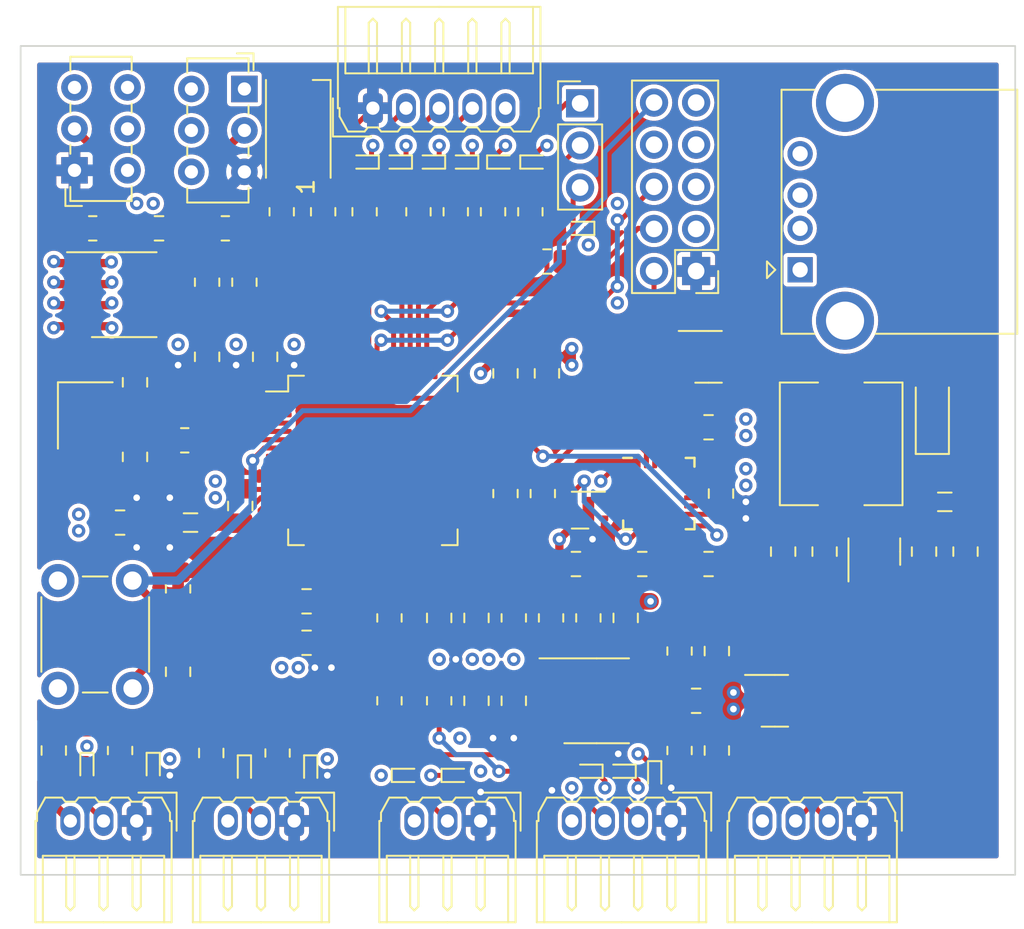
<source format=kicad_pcb>
(kicad_pcb (version 20221018) (generator pcbnew)
  (layers (0 "F.Cu" signal) (1 "In1.Cu" signal) (2 "In2.Cu" signal) (31 "B.Cu" signal) (34 "B.Paste" user) (35 "F.Paste" user) (36 "B.SilkS" user "B.Silkscreen") (37 "F.SilkS" user "F.Silkscreen") (38 "B.Mask" user) (39 "F.Mask" user) (44 "Edge.Cuts" user))
  (net 0 "")
  (net 1 "+3V3")
  (net 2 "GND")
  (net 3 "Net-(U3-VCAP_2)")
  (net 4 "Net-(U3-VCAP_1)")
  (net 5 "/MCU/Strapping/HSE_IN")
  (net 6 "/MCU/Strapping/XTAL_IN")
  (net 7 "/MCU/NRST")
  (net 8 "Net-(U1-REGOUT)")
  (net 9 "Net-(U1-CPOUT)")
  (net 10 "/Connectors/A_GPIO_1")
  (net 11 "/Connectors/A_GPIO_0")
  (net 12 "/Connectors/CAN+")
  (net 13 "/Connectors/VREF")
  (net 14 "/Connectors/CAN-")
  (net 15 "/Connectors/CAN_RS")
  (net 16 "/PMU/BUCK_BST")
  (net 17 "/PMU/BUCK_OUT")
  (net 18 "Net-(D1-RK)")
  (net 19 "Net-(D1-GK)")
  (net 20 "Net-(D1-BK)")
  (net 21 "Net-(D7-A2)")
  (net 22 "Net-(D8-A2)")
  (net 23 "/Connectors/SPI_MOSI")
  (net 24 "Net-(D10-A2)")
  (net 25 "Net-(D11-A2)")
  (net 26 "Net-(D12-A2)")
  (net 27 "/Connectors/PWM0")
  (net 28 "/Connectors/I2C_SDA")
  (net 29 "Net-(D18-A2)")
  (net 30 "Net-(D22-A2)")
  (net 31 "+5V")
  (net 32 "/Connectors/USB_CONN-")
  (net 33 "/Connectors/USB_CONN+")
  (net 35 "/MCU/SWDIO")
  (net 36 "/MCU/SWCLK")
  (net 37 "/MCU/SWO")
  (net 40 "/Connectors/CAN_CONN-")
  (net 41 "/Connectors/CAN_CONN+")
  (net 42 "/MCU/Strapping/HSE_OUT")
  (net 43 "Net-(SW1-B)")
  (net 44 "/MCU/Strapping/BOOT0")
  (net 45 "/MCU/NPWM_R")
  (net 46 "/MCU/NPWM_G")
  (net 47 "/MCU/NPWM_B")
  (net 48 "/MCU/EEPROM_WP")
  (net 49 "/Connectors/CAN_TX")
  (net 50 "Net-(U6-D)")
  (net 51 "/Connectors/CAN_RX")
  (net 52 "Net-(U6-R)")
  (net 53 "/Connectors/SPI_SCK_TX")
  (net 54 "/Connectors/SPI_NSS0")
  (net 55 "/Connectors/SPI_NSS1")
  (net 56 "/Connectors/SPI_NSS2")
  (net 57 "/Connectors/SPI_MISO_RX")
  (net 58 "/Connectors/I2C_SCL")
  (net 63 "/MCU/IMU_INT")
  (net 71 "/MCU/SENSE_SCL")
  (net 72 "/MCU/SENSE_SDA")
  (net 90 "/Connectors/USB_D-")
  (net 91 "/Connectors/USB_D+")
  (net 92 "/MCU/EEPROM_SCL")
  (net 93 "/MCU/EEPROM_SDA")
  (net 94 "/PMU/BUCK_IN")
  (net 95 "/PMU/POST_POL")
  (net 96 "/Sensors/AUX_SCL")
  (net 97 "/Sensors/AUX_SDA")
  (net 98 "/MCU/EEPROM_WP_SW")
  (net 99 "/MCU/A_GPIO_4")
  (net 100 "/MCU/A_GPIO_5")
  (net 101 "/MCU/A_GPIO_6")
  (net 102 "/MCU/A_GPIO_7")
  (net 103 "/MCU/PWM1")
  (net 104 "/MCU/A_GPIO_2")
  (net 105 "/MCU/A_GPIO_3")
  (net 106 "Net-(D9-A2)")
  (net 107 "+3V3A")
  (footprint "Inductor_SMD:L_0805_2012Metric_Pad1.05x1.20mm_HandSolder" (layer "F.Cu") (at 139 103.75 180)
    (fp_text reference "FB1" hide)
    (fp_text value "xR @ xMHz")
  )
  (footprint "LED_SMD:LED_SK6812MINI_PLCC4_3.5x3.5mm_P1.75mm" (layer "F.Cu") (at 145.5 80 90)
    (fp_text reference "D1" hide)
    (fp_text value "LED_RGBA")
  )
  (footprint "Button_Switch_THT:SW_E-Switch_EG1271_SPDT" (layer "F.Cu") (at 132 82.5 90)
    (fp_text reference "SW3" hide)
    (fp_text value "EEPROM_WP")
  )
  (footprint "Package_SO:SOIC-8_3.9x4.9mm_P1.27mm" (layer "F.Cu") (at 135 90)
    (fp_text reference "U4" hide)
    (fp_text value "AT24C256")
  )
  (footprint "Package_TO_SOT_SMD:SOT-23-6" (layer "F.Cu") (at 180.25 105.5 90)
    (fp_text reference "U8" hide)
    (fp_text value "LMR16006YQ3")
  )
  (footprint "Diode_SMD:D_SOD-923" (layer "F.Cu") (at 155 119)
    (fp_text reference "D14" hide)
    (fp_text value "3V3")
  )
  (footprint "Diode_SMD:D_SOD-923" (layer "F.Cu") (at 165 118.75 180)
    (fp_text reference "D18" hide)
    (fp_text value "3V3")
  )
  (footprint "Inductor_SMD:L_0805_2012Metric_Pad1.05x1.20mm_HandSolder" (layer "F.Cu") (at 184.5 102.5)
    (fp_text reference "FB2" hide)
    (fp_text value "xR @ xMHz")
  )
  (footprint "Capacitor_SMD:C_0805_2012Metric_Pad1.18x1.45mm_HandSolder" (layer "F.Cu") (at 170.75 111.5 -90)
    (fp_text reference "C28" hide)
    (fp_text value "100n")
  )
  (footprint "Capacitor_SMD:C_0805_2012Metric_Pad1.18x1.45mm_HandSolder" (layer "F.Cu") (at 146 108.5 180)
    (fp_text reference "C4" hide)
    (fp_text value "100n")
  )
  (footprint "Diode_SMD:D_SOD-123" (layer "F.Cu") (at 183.75 97.25 90)
    (fp_text reference "D24" hide)
    (fp_text value "B5819W")
  )
  (footprint "Resistor_SMD:R_0805_2012Metric_Pad1.20x1.40mm_HandSolder" (layer "F.Cu") (at 155 85 90)
    (fp_text reference "R7" hide)
    (fp_text value "10R")
  )
  (footprint "Resistor_SMD:R_0805_2012Metric_Pad1.20x1.40mm_HandSolder" (layer "F.Cu") (at 151 109.5 -90)
    (fp_text reference "R27" hide)
    (fp_text value "1k5")
  )
  (footprint "Connector_Molex:Molex_Micro-Latch_53254-0570_1x05_P2.00mm_Horizontal" (layer "F.Cu") (at 150 78.75)
    (fp_text reference "J8" hide)
    (fp_text value "SPI/UART")
  )
  (footprint "Connector_Molex:Molex_Micro-Latch_53254-0470_1x04_P2.00mm_Horizontal" (layer "F.Cu") (at 168 121.75 180)
    (fp_text reference "J10" hide)
    (fp_text value "I2C")
  )
  (footprint "Diode_SMD:D_SOD-923" (layer "F.Cu") (at 151.5 82 180)
    (fp_text reference "D4" hide)
    (fp_text value "3V3")
  )
  (footprint "Diode_SMD:D_SOD-923" (layer "F.Cu") (at 152 119)
    (fp_text reference "D13" hide)
    (fp_text value "3V3")
  )
  (footprint "Capacitor_SMD:C_0805_2012Metric_Pad1.18x1.45mm_HandSolder" (layer "F.Cu") (at 154 109.5 -90)
    (fp_text reference "C10" hide)
    (fp_text value "2u2")
  )
  (footprint "Button_Switch_THT:SW_E-Switch_EG1271_SPDT" (layer "F.Cu") (at 142.25 77.5925 -90)
    (fp_text reference "SW1" hide)
    (fp_text value "SW_SPDT")
  )
  (footprint "Resistor_SMD:R_0805_2012Metric_Pad1.20x1.40mm_HandSolder" (layer "F.Cu") (at 163 109.5 -90)
    (fp_text reference "R16" hide)
    (fp_text value "5k6")
  )
  (footprint "Resistor_SMD:R_0805_2012Metric_Pad1.20x1.40mm_HandSolder" (layer "F.Cu") (at 158.5 109.5 -90)
    (fp_text reference "R9" hide)
    (fp_text value "47R")
  )
  (footprint "Connector_Molex:Molex_Micro-Latch_53254-0370_1x03_P2.00mm_Horizontal" (layer "F.Cu") (at 145.25 121.75 180)
    (fp_text reference "J3" hide)
    (fp_text value "Conn_01x03_Pin")
  )
  (footprint "Package_TO_SOT_SMD:SOT-23-6" (layer "F.Cu") (at 170.25 93.75)
    (fp_text reference "U5" hide)
    (fp_text value "USBLC6-2")
  )
  (footprint "Capacitor_SMD:C_0805_2012Metric_Pad1.18x1.45mm_HandSolder" (layer "F.Cu") (at 156.25 109.5 -90)
    (fp_text reference "C5" hide)
    (fp_text value "100n")
  )
  (footprint "Capacitor_SMD:C_0805_2012Metric_Pad1.18x1.45mm_HandSolder" (layer "F.Cu") (at 165.25 109.5 90)
    (fp_text reference "C31" hide)
    (fp_text value "100n")
  )
  (footprint "Capacitor_SMD:C_0805_2012Metric_Pad1.18x1.45mm_HandSolder" (layer "F.Cu") (at 169.5 114.5)
    (fp_text reference "C29" hide)
    (fp_text value "100n")
  )
  (footprint "Capacitor_SMD:C_0805_2012Metric_Pad1.18x1.45mm_HandSolder" (layer "F.Cu") (at 177.25 105.5 90)
    (fp_text reference "C32" hide)
    (fp_text value "100n")
  )
  (footprint "Capacitor_SMD:C_0805_2012Metric_Pad1.18x1.45mm_HandSolder" (layer "F.Cu") (at 160.5 94.75 90)
    (fp_text reference "C9" hide)
    (fp_text value "2u2")
  )
  (footprint "Diode_SMD:D_SOD-923" (layer "F.Cu") (at 162.5 86 180)
    (fp_text reference "D10" hide)
    (fp_text value "3V3")
  )
  (footprint "Capacitor_SMD:C_0805_2012Metric_Pad1.18x1.45mm_HandSolder" (layer "F.Cu") (at 158.5 114.5 90)
    (fp_text reference "C27" hide)
    (fp_text value "100n")
  )
  (footprint "Capacitor_SMD:C_0805_2012Metric_Pad1.18x1.45mm_HandSolder" (layer "F.Cu") (at 174.75 105.5 -90)
    (fp_text reference "C34" hide)
    (fp_text value "10u")
  )
  (footprint "Capacitor_SMD:C_0805_2012Metric_Pad1.18x1.45mm_HandSolder" (layer "F.Cu") (at 185.75 105.5 -90)
    (fp_text reference "C22" hide)
    (fp_text value "2u2")
  )
  (footprint "Diode_SMD:D_SOD-923" (layer "F.Cu") (at 142.25 118.65 -90)
    (fp_text reference "D7" hide)
    (fp_text value "3V3")
  )
  (footprint "Capacitor_SMD:C_0805_2012Metric_Pad1.18x1.45mm_HandSolder" (layer "F.Cu") (at 170.75 117.5 -90)
    (fp_text reference "C30" hide)
    (fp_text value "100n")
  )
  (footprint "Diode_SMD:D_SOD-923" (layer "F.Cu") (at 146.25 118.65 -90)
    (fp_text reference "D23" hide)
    (fp_text value "3V3")
  )
  (footprint "Resistor_SMD:R_0805_2012Metric_Pad1.20x1.40mm_HandSolder" (layer "F.Cu") (at 138.25 107.75 -90)
    (fp_text reference "R3" hide)
    (fp_text value "R")
  )
  (footprint "Button_Switch_THT:SW_PUSH_6mm" (layer "F.Cu") (at 131 113.75 90)
    (fp_text reference "SW2" hide)
    (fp_text value "SW_Omron_B3FS")
  )
  (footprint "Capacitor_SMD:C_0805_2012Metric_Pad1.18x1.45mm_HandSolder" (layer "F.Cu") (at 166.25 106.25)
    (fp_text reference "C19" hide)
    (fp_text value "10n")
  )
  (footprint "Capacitor_SMD:C_0805_2012Metric_Pad1.18x1.45mm_HandSolder" (layer "F.Cu") (at 140 93.75 90)
    (fp_text reference "C1" hide)
    (fp_text value "100n")
  )
  (footprint "Capacitor_SMD:C_0805_2012Metric_Pad1.18x1.45mm_HandSolder" (layer "F.Cu") (at 134.75 103.75 180)
    (fp_text reference "C8" hide)
    (fp_text value "2u2")
  )
  (footprint "Resistor_SMD:R_0805_2012Metric_Pad1.20x1.40mm_HandSolder" (layer "F.Cu") (at 142.25 89.25 -90)
    (fp_text reference "R24" hide)
    (fp_text value "1k5")
  )
  (footprint "Capacitor_SMD:C_0805_2012Metric_Pad1.18x1.45mm_HandSolder" (layer "F.Cu") (at 171 102 90)
    (fp_text reference "C20" hide)
    (fp_text value "100n")
  )
  (footprint "Capacitor_SMD:C_0805_2012Metric_Pad1.18x1.45mm_HandSolder" (layer "F.Cu") (at 156.25 114.5 90)
    (fp_text reference "C26" hide)
    (fp_text value "2u2")
  )
  (footprint "Connector_PinHeader_2.54mm:PinHeader_2x05_P2.54mm_Vertical" (layer "F.Cu") (at 169.5 88.575 180)
    (fp_text reference "J6" hide)
    (fp_text value "SWD")
  )
  (footprint "Resistor_SMD:R_0805_2012Metric_Pad1.20x1.40mm_HandSolder" (layer "F.Cu") (at 133.1 86)
    (fp_text reference "R8" hide)
    (fp_text value "10k")
  )
  (footprint "Connector_Molex:Molex_Micro-Latch_53254-0370_1x03_P2.00mm_Horizontal" (layer "F.Cu") (at 135.75 121.75 180)
    (fp_text reference "J12" hide)
    (fp_text value "Conn_01x03_Pin")
  )
  (footprint "Resistor_SMD:R_0805_2012Metric_Pad1.20x1.40mm_HandSolder" (layer "F.Cu") (at 168.5 117.5 90)
    (fp_text reference "R15" hide)
    (fp_text value "56R")
  )
  (footprint "Capacitor_SMD:C_0805_2012Metric_Pad1.18x1.45mm_HandSolder" (layer "F.Cu") (at 170.25 106.25)
    (fp_text reference "C15" hide)
    (fp_text value "100n")
  )
  (footprint "Package_QFP:LQFP-64_10x10mm_P0.5mm" (layer "F.Cu") (at 150 100)
    (fp_text reference "U3" hide)
    (fp_text value "STM32F405RGT6")
  )
  (footprint "Package_SO:SOIC-8_3.9x4.9mm_P1.27mm" (layer "F.Cu") (at 163.5 114.5)
    (fp_text reference "U6" hide)
    (fp_text value "SN65HVD230")
  )
  (footprint "Connector_USB:USB_A_CONNFLY_DS1095-WNR0" (layer "F.Cu") (at 175.7725 88.5 90)
    (fp_text reference "J5" hide)
    (fp_text value "USB_A")
  )
  (footprint "Package_TO_SOT_SMD:SOT-23-6" (layer "F.Cu") (at 174.25 114.5)
    (fp_text reference "U7" hide)
    (fp_text value "USBLC6-2")
  )
  (footprint "Connector_Molex:Molex_Micro-Latch_53254-0370_1x03_P2.00mm_Horizontal" (layer "F.Cu") (at 156.5 121.75 180)
    (fp_text reference "J11" hide)
    (fp_text value "PWM0")
  )
  (footprint "Resistor_SMD:R_0805_2012Metric_Pad1.20x1.40mm_HandSolder" (layer "F.Cu") (at 160.75 109.5 -90)
    (fp_text reference "R14" hide)
    (fp_text value "47R")
  )
  (footprint "Diode_SMD:D_SOD-923" (layer "F.Cu") (at 136.75 118.5 -90)
    (fp_text reference "D16" hide)
    (fp_text value "3V3")
  )
  (footprint "Resistor_SMD:R_0805_2012Metric_Pad1.20x1.40mm_HandSolder" (layer "F.Cu") (at 141.1 86)
    (fp_text reference "R2" hide)
    (fp_text value "10k")
  )
  (footprint "Resistor_SMD:R_0805_2012Metric_Pad1.20x1.40mm_HandSolder" (layer "F.Cu") (at 154 114.5 -90)
    (fp_text reference "R28" hide)
    (fp_text value "1k5")
  )
  (footprint "Resistor_SMD:R_0805_2012Metric_Pad1.20x1.40mm_HandSolder" (layer "F.Cu") (at 159.5 85 90)
    (fp_text reference "R19" hide)
    (fp_text value "10R")
  )
  (footprint "Sensor_Humidity:Sensirion_DFN-4-1EP_2x2mm_P1mm_EP0.7x1.6mm" (layer "F.Cu") (at 163 103 180)
    (fp_text reference "U2" hide)
    (fp_text value "SHTC3")
  )
  (footprint "Diode_SMD:D_SOD-923" (layer "F.Cu") (at 159.75 82)
    (fp_text reference "D11" hide)
    (fp_text value "3V3")
  )
  (footprint "Diode_SMD:D_SOD-923" (layer "F.Cu") (at 153.5 82 180)
    (fp_text reference "D8" hide)
    (fp_text value "3V3")
  )
  (footprint "Capacitor_SMD:C_0805_2012Metric_Pad1.18x1.45mm_HandSolder" (layer "F.Cu") (at 142 102.75 90)
    (fp_text reference "C7" hide)
    (fp_text value "100n")
  )
  (footprint "Resistor_SMD:R_0805_2012Metric_Pad1.20x1.40mm_HandSolder" (layer "F.Cu") (at 140 89.25 -90)
    (fp_text reference "R23" hide)
    (fp_text value "1k5")
  )
  (footprint "Capacitor_SMD:C_0805_2012Metric_Pad1.18x1.45mm_HandSolder" (layer "F.Cu") (at 137.1 86 180)
    (fp_text reference "C18" hide)
    (fp_text value "100n")
  )
  (footprint "Crystal:Crystal_SMD_3225-4Pin_3.2x2.5mm" (layer "F.Cu") (at 132.65 97.2875 -90)
    (fp_text reference "Y1" hide)
    (fp_text value "25MHz 12pF")
  )
  (footprint "Capacitor_SMD:C_0805_2012Metric_Pad1.18x1.45mm_HandSolder" (layer "F.Cu") (at 135.65 95.2875 90)
    (fp_text reference "C11" hide)
    (fp_text value "C")
  )
  (footprint "Diode_SMD:D_SOD-923" (layer "F.Cu") (at 167 119 -90)
    (fp_text reference "D19" hide)
    (fp_text value "3V3")
  )
  (footprint "Resistor_SMD:R_0805_2012Metric_Pad1.20x1.40mm_HandSolder" (layer "F.Cu") (at 152.75 85 90)
    (fp_text reference "R21" hide)
    (fp_text value "10R")
  )
  (footprint "Resistor_SMD:R_0805_2012Metric_Pad1.20x1.40mm_HandSolder" (layer "F.Cu") (at 138.65 98.7875)
    (fp_text reference "R1" hide)
    (fp_text value "R")
  )
  (footprint "Inductor_SMD:L_7.3x7.3_H4.5" (layer "F.Cu") (at 178.25 99 90)
    (fp_text reference "L1" hide)
    (fp_text value "3u3")
  )
  (footprint "Resistor_SMD:R_0805_2012Metric_Pad1.20x1.40mm_HandSolder" (layer "F.Cu") (at 158 102 90)
    (fp_text reference "R26" hide)
    (fp_text value "1k5")
  )
  (footprint "Resistor_SMD:R_0805_2012Metric_Pad1.20x1.40mm_HandSolder" (layer "F.Cu") (at 144.5 85 90)
    (fp_text reference "R4" hide)
    (fp_text value "1k5")
  )
  (footprint "Resistor_SMD:R_0805_2012Metric_Pad1.20x1.40mm_HandSolder" (layer "F.Cu") (at 144.25 117.65 -90)
    (fp_text reference "R10" hide)
    (fp_text value "150R")
  )
  (footprint "Connector_PinHeader_2.54mm:PinHeader_1x03_P2.54mm_Vertical" (layer "F.Cu") (at 162.5 78.46)
    (fp_text reference "J9" hide)
    (fp_text value "SPI_NSS/GPIO")
  )
  (footprint "Diode_SMD:D_SOD-923" (layer "F.Cu") (at 155.5 82 180)
    (fp_text reference "D9" hide)
    (fp_text value "3V3")
  )
  (footprint "Capacitor_SMD:C_0805_2012Metric_Pad1.18x1.45mm_HandSolder" (layer "F.Cu") (at 140.25 117.65 -90)
    (fp_text reference "C23" hide)
    (fp_text value "560n")
  )
  (footprint "Resistor_SMD:R_0805_2012Metric_Pad1.20x1.40mm_HandSolder" (layer "F.Cu") (at 160.25 102 90)
    (fp_text reference "R25" hide)
    (fp_text value "1k5")
  )
  (footprint "Sensor_Motion:InvenSense_QFN-24_4x4mm_P0.5mm" (layer "F.Cu") (at 167.25 102)
    (fp_text reference "U1" hide)
    (fp_text value "MPU-6050")
  )
  (footprint "Diode_SMD:D_SOD-923" (layer "F.Cu") (at 163 118.75 180)
    (fp_text reference "D17" hide)
    (fp_text value "3V3")
  )
  (footprint "Capacitor_SMD:C_0805_2012Metric_Pad1.18x1.45mm_HandSolder" (layer "F.Cu") (at 158 94.75 90)
    (fp_text reference "C2" hide)
    (fp_text value "100n")
  )
  (footprint "Diode_SMD:D_SOD-923" (layer "F.Cu") (at 132.75 118.5 -90)
    (fp_text reference "D22" hide)
    (fp_text value "3V3")
  )
  (footprint "Resistor_SMD:R_0805_2012Metric_Pad1.20x1.40mm_HandSolder" (layer "F.Cu") (at 151 114.5 -90)
    (fp_text reference "R22" hide)
    (fp_text value "10R")
  )
  (footprint "Diode_SMD:D_SOD-923" (layer "F.Cu") (at 149.5 82 180)
    (fp_text reference "D3" hide)
    (fp_text value "3V3")
  )
  (footprint "Capacitor_SMD:C_0805_2012Metric_Pad1.18x1.45mm_HandSolder" (layer "F.Cu") (at 138.25 112.75 -90)
    (fp_text reference "C13" hide)
    (fp_text value "820n")
  )
  (footprint "Resistor_SMD:R_0805_2012Metric_Pad1.20x1.40mm_HandSolder" (layer "F.Cu") (at 157.25 85 90)
    (fp_text reference "R18" hide)
    (fp_text value "10R")
  )
  (footprint "Capacitor_SMD:C_0805_2012Metric_Pad1.18x1.45mm_HandSolder" (layer "F.Cu") (at 135.65 99.7875 -90)
    (fp_text reference "C12" hide)
    (fp_text value "C")
  )
  (footprint "Capacitor_SMD:C_0805_2012Metric_Pad1.18x1.45mm_HandSolder" (layer "F.Cu") (at 162.25 106.25 180)
    (fp_text reference "C17" hide)
    (fp_text value "100n")
  )
  (footprint "Capacitor_SMD:C_0805_2012Metric_Pad1.18x1.45mm_HandSolder" (layer "F.Cu") (at 170.25 98)
    (fp_text reference "C16" hide)
    (fp_text value "2n2")
  )
  (footprint "Capacitor_SMD:C_0805_2012Metric_Pad1.18x1.45mm_HandSolder" (layer "F.Cu") (at 143.5 93.75 90)
    (fp_text reference "C3" hide)
    (fp_text value "100n")
  )
  (footprint "Resistor_SMD:R_0805_2012Metric_Pad1.20x1.40mm_HandSolder" (layer "F.Cu") (at 168.5 111.5 90)
    (fp_text reference "R13" hide)
    (fp_text value "56R")
  )
  (footprint "Capacitor_SMD:C_0805_2012Metric_Pad1.18x1.45mm_HandSolder" (layer "F.Cu") (at 146 111 180)
    (fp_text reference "C6" hide)
    (fp_text value "4u7")
  )
  (footprint "Capacitor_SMD:C_0805_2012Metric_Pad1.18x1.45mm_HandSolder" (layer "F.Cu") (at 183.25 105.5 -90)
    (fp_text reference "C33" hide)
    (fp_text value "2u2")
  )
  (footprint "Diode_SMD:D_SOD-923" (layer "F.Cu") (at 157.75 82)
    (fp_text reference "D12" hide)
    (fp_text value "3V3")
  )
  (footprint "Capacitor_SMD:C_0805_2012Metric_Pad1.18x1.45mm_HandSolder" (layer "F.Cu") (at 130.75 117.5 -90)
    (fp_text reference "C25" hide)
    (fp_text value "560n")
  )
  (footprint "Resistor_SMD:R_0805_2012Metric_Pad1.20x1.40mm_HandSolder" (layer "F.Cu") (at 134.75 117.5 -90)
    (fp_text reference "R12" hide)
    (fp_text value "150R")
  )
  (footprint "Resistor_SMD:R_0805_2012Metric_Pad1.20x1.40mm_HandSolder" (layer "F.Cu") (at 160.5 88)
    (fp_text reference "R20" hide)
    (fp_text value "10R")
  )
  (footprint "Connector_Molex:Molex_Micro-Latch_53254-0470_1x04_P2.00mm_Horizontal" (layer "F.Cu") (at 179.5 121.75 180)
    (fp_text reference "J1" hide)
    (fp_text value "CAN")
  )
  (footprint "Resistor_SMD:R_0805_2012Metric_Pad1.20x1.40mm_HandSolder" (layer "F.Cu") (at 147 85 90)
    (fp_text reference "R5" hide)
    (fp_text value "1k5")
  )
  (footprint "Resistor_SMD:R_0805_2012Metric_Pad1.20x1.40mm_HandSolder" (layer "F.Cu") (at 149.5 85 90)
    (fp_text reference "R6" hide)
    (fp_text value "1k5")
  )
  (gr_rect (start 128.75 75) (end 188.75 125) (stroke (width 0.1)) (fill none) (layer "Edge.Cuts"))
  (segment (start 170.7875 103.25) (end 171 103.0375) (width 0.3) (layer "F.Cu") (net 1))
  (segment (start 149.08 79.67) (end 150 78.75) (width 0.3) (layer "F.Cu") (net 1))
  (segment (start 147.25 105.675) (end 147.25 108.2875) (width 0.3) (layer "F.Cu") (net 1))
  (segment (start 163.25 104.792462) (end 163.2875 104.754962) (width 0.3) (layer "F.Cu") (net 1))
  (segment (start 147.25 108.2875) (end 147.0375 108.5) (width 0.3) (layer "F.Cu") (net 1))
  (segment (start 149.08 82) (end 149.08 79.67) (width 0.3) (layer "F.Cu") (net 1))
  (segment (start 163.2875 104.754962) (end 163.2875 106.25) (width 0.3) (layer "F.Cu") (net 1))
  (segment (start 165.2125 106.25) (end 166.5 104.9625) (width 0.3) (layer "F.Cu") (net 1))
  (segment (start 163.925 103.5) (end 163.925 104.117462) (width 0.3) (layer "F.Cu") (net 1))
  (segment (start 147.0375 108.5) (end 147.0375 111) (width 0.3) (layer "F.Cu") (net 1))
  (segment (start 155.675 96.25) (end 157.5375 96.25) (width 0.3) (layer "F.Cu") (net 1))
  (segment (start 163.292462 104.75) (end 163.25 104.75) (width 0.3) (layer "F.Cu") (net 1))
  (segment (start 169.2 103.25) (end 170.7875 103.25) (width 0.3) (layer "F.Cu") (net 1))
  (segment (start 163.925 104.117462) (end 163.292462 104.75) (width 0.3) (layer "F.Cu") (net 1))
  (segment (start 166.5 104.9625) (end 166.5 103.95) (width 0.3) (layer "F.Cu") (net 1))
  (segment (start 158.5 115.5375) (end 158.9025 115.135) (width 0.5) (layer "F.Cu") (net 1))
  (segment (start 158.9025 115.135) (end 161.025 115.135) (width 0.5) (layer "F.Cu") (net 1))
  (segment (start 157.5375 96.25) (end 158 95.7875) (width 0.3) (layer "F.Cu") (net 1))
  (segment (start 163.25 104.75) (end 163.25 104.792462) (width 0.3) (layer "F.Cu") (net 1))
  (via (at 157.25 116.75) (size 0.8) (drill 0.4) (layers "F.Cu" "B.Cu") (net 1))
  (via (at 164.8 117.7) (size 0.8) (drill 0.4) (layers "F.Cu" "B.Cu") (net 1))
  (via (at 146.5 112.5) (size 0.8) (drill 0.4) (layers "F.Cu" "B.Cu") (net 1))
  (via (at 163.25 104.75) (size 0.8) (drill 0.4) (layers "F.Cu" "B.Cu") (net 1))
  (via (at 137.75 105.25) (size 0.8) (drill 0.4) (layers "F.Cu" "B.Cu") (net 1))
  (via (at 172.5 102.5) (size 0.8) (drill 0.4) (layers "F.Cu" "B.Cu") (net 1))
  (via (at 172.5 103.5) (size 0.8) (drill 0.4) (layers "F.Cu" "B.Cu") (net 1))
  (via (at 137.75 119) (size 0.8) (drill 0.4) (layers "F.Cu" "B.Cu") (net 1))
  (via (at 147.5 112.5) (size 0.8) (drill 0.4) (layers "F.Cu" "B.Cu") (net 1))
  (via (at 155 112) (size 0.8) (drill 0.4) (layers "F.Cu" "B.Cu") (net 1))
  (via (at 137.75 102.25) (size 0.8) (drill 0.4) (layers "F.Cu" "B.Cu") (net 1))
  (via (at 158.5 116.75) (size 0.8) (drill 0.4) (layers "F.Cu" "B.Cu") (net 1))
  (via (at 145.25 94.25) (size 0.8) (drill 0.4) (layers "F.Cu" "B.Cu") (net 1))
  (via (at 135.75 102.25) (size 0.8) (drill 0.4) (layers "F.Cu" "B.Cu") (net 1))
  (via (at 168 119.75) (size 0.8) (drill 0.4) (layers "F.Cu" "B.Cu") (net 1))
  (via (at 156.5 120) (size 0.8) (drill 0.4) (layers "F.Cu" "B.Cu") (net 1))
  (via (at 147.25 119) (size 0.8) (drill 0.4) (layers "F.Cu" "B.Cu") (net 1))
  (via (at 135.75 105.25) (size 0.8) (drill 0.4) (layers "F.Cu" "B.Cu") (net 1))
  (via (at 160.8 119.9) (size 0.8) (drill 0.4) (layers "F.Cu" "B.Cu") (net 1))
  (via (at 138.25 94.25) (size 0.8) (drill 0.4) (layers "F.Cu" "B.Cu") (net 1))
  (via (at 141.75 94.25) (size 0.8) (drill 0.4) (layers "F.Cu" "B.Cu") (net 1))
  (segment (start 157.33 81.67) (end 158 81) (width 0.3) (layer "F.Cu") (net 2))
  (segment (start 165.3 100.75) (end 164.25 100.75) (width 0.3) (layer "F.Cu") (net 2))
  (segment (start 144.325 101.75) (end 142.0375 101.75) (width 0.3) (layer "F.Cu") (net 2))
  (segment (start 149.92 82) (end 149.92 81.08) (width 0.3) (layer "F.Cu") (net 2))
  (segment (start 168 104.476041) (end 168.698959 105.175) (width 0.3) (layer "F.Cu") (net 2))
  (segment (start 167.2875 106.25) (end 167 105.9625) (width 0.3) (layer "F.Cu") (net 2))
  (segment (start 160.33 81) (end 160.5 81) (width 0.3) (layer "F.Cu") (net 2))
  (segment (start 134.155 88.095) (end 134.219669 88.030331) (width 0.5) (layer "F.Cu") (net 2))
  (segment (start 131.75 121.75) (end 130.75 120.75) (width 0.5) (layer "F.Cu") (net 2))
  (segment (start 154 81.92) (end 153.92 82) (width 0.3) (layer "F.Cu") (net 2))
  (segment (start 157.5375 93.7125) (end 158 93.7125) (width 0.5) (layer "F.Cu") (net 2))
  (segment (start 170.7875 100.75) (end 171 100.9625) (width 0.3) (layer "F.Cu") (net 2))
  (segment (start 142.0375 101.75) (end 142 101.7125) (width 0.3) (layer "F.Cu") (net 2))
  (segment (start 130.75 118.5375) (end 131.2075 118.08) (width 0.5) (layer "F.Cu") (net 2))
  (segment (start 158.5 113.4625) (end 158.9025 113.865) (width 0.5) (layer "F.Cu") (net 2))
  (segment (start 158 93.7125) (end 160.5 93.7125) (width 0.5) (layer "F.Cu") (net 2))
  (segment (start 146.75 105.675) (end 146.75 106.551041) (width 0.3) (layer "F.Cu") (net 2))
  (segment (start 130.845 91.905) (end 134.155 91.905) (width 0.5) (layer "F.Cu") (net 2))
  (segment (start 167 105.9625) (end 167 103.95) (width 0.3) (layer "F.Cu") (net 2))
  (segment (start 130.75 90.5) (end 130.885 90.635) (width 0.5) (layer "F.Cu") (net 2))
  (segment (start 170.2125 105.175) (end 171.2875 106.25) (width 0.3) (layer "F.Cu") (net 2))
  (segment (start 144.9625 111) (end 144.9625 108.5) (width 0.3) (layer "F.Cu") (net 2))
  (segment (start 164.25 100.75) (end 163.75 101.25) (width 0.3) (layer "F.Cu") (net 2))
  (segment (start 161.4625 93.7125) (end 160.5 93.7125) (width 0.5) (layer "F.Cu") (net 2))
  (segment (start 130.865 89.365) (end 134.135 89.365) (width 0.5) (layer "F.Cu") (net 2))
  (segment (start 168.698959 105.175) (end 170.2125 105.175) (width 0.3) (layer "F.Cu") (net 2))
  (segment (start 162 94.25) (end 161.4625 93.7125) (width 0.5) (layer "F.Cu") (net 2))
  (segment (start 131.2075 118.08) (end 132.75 118.08) (width 0.5) (layer "F.Cu") (net 2))
  (segment (start 144.9625 108.338541) (end 144.9625 108.5) (width 0.3) (layer "F.Cu") (net 2))
  (segment (start 156 81.92) (end 155.92 82) (width 0.3) (layer "F.Cu") (net 2))
  (segment (start 130.845 88.095) (end 134.155 88.095) (width 0.5) (layer "F.Cu") (net 2))
  (segment (start 130.885 90.635) (end 134.115 90.635) (width 0.5) (layer "F.Cu") (net 2))
  (segment (start 162 94.25) (end 162 93.25) (width 0.5) (layer "F.Cu") (net 2))
  (segment (start 130.75 92) (end 130.845 91.905) (width 0.5) (layer "F.Cu") (net 2))
  (segment (start 159.33 82) (end 160.33 81) (width 0.3) (layer "F.Cu") (net 2))
  (segment (start 168 103.95) (end 168 104.476041) (width 0.3) (layer "F.Cu") (net 2))
  (segment (start 166.75 108.5) (end 163 108.5) (width 1) (layer "F.Cu") (net 2))
  (segment (start 156.5 94.75) (end 157.5375 93.7125) (width 0.5) (layer "F.Cu") (net 2))
  (segment (start 130.75 88) (end 130.845 88.095) (width 0.5) (layer "F.Cu") (net 2))
  (segment (start 161.25 106.2125) (end 161.25 104.75) (width 0.5) (layer "F.Cu") (net 2))
  (segment (start 157.33 82) (end 157.33 81.67) (width 0.3) (layer "F.Cu") (net 2))
  (segment (start 162.075 103.925) (end 161.25 104.75) (width 0.5) (layer "F.Cu") (net 2))
  (segment (start 166 119.33) (end 166 119.75) (width 0.3) (layer "F.Cu") (net 2))
  (segment (start 156 81) (end 156 81.92) (width 0.3) (layer "F.Cu") (net 2))
  (segment (start 134.135 89.365) (end 134.25 89.25) (width 0.5) (layer "F.Cu") (net 2))
  (segment (start 166.120008 117.700008) (end 166 117.700008) (width 0.3) (layer "F.Cu") (net 2))
  (segment (start 134.155 91.905) (end 134.25 92) (width 0.5) (layer "F.Cu") (net 2))
  (segment (start 162.075 103.5) (end 162.075 103.925) (width 0.5) (layer "F.Cu") (net 2))
  (segment (start 160.5 93.7125) (end 161.5375 93.7125) (width 0.5) (layer "F.Cu") (net 2))
  (segment (start 130.75 89.25) (end 130.865 89.365) (width 0.5) (layer "F.Cu") (net 2))
  (segment (start 154 81) (end 154 81.92) (width 0.3) (layer "F.Cu") (net 2))
  (segment (start 146.75 106.551041) (end 144.9625 108.338541) (width 0.3) (layer "F.Cu") (net 2))
  (segment (start 158.9025 113.865) (end 161.025 113.865) (width 0.5) (layer "F.Cu") (net 2))
  (segment (start 165.42 118.75) (end 166 119.33) (width 0.3) (layer "F.Cu") (net 2))
  (segment (start 167 118.58) (end 166.120008 117.700008) (width 0.3) (layer "F.Cu") (net 2))
  (segment (start 152 81) (end 152 81.92) (width 0.3) (layer "F.Cu") (net 2))
  (segment (start 134.115 90.635) (end 134.25 90.5) (width 0.5) (layer "F.Cu") (net 2))
  (segment (start 149.92 81.08) (end 150 81) (width 0.3) (layer "F.Cu") (net 2))
  (segment (start 161.2125 106.25) (end 161.25 106.2125) (width 0.5) (layer "F.Cu") (net 2))
  (segment (start 154.58 119) (end 153.5 119) (width 0.3) (layer "F.Cu") (net 2))
  (segment (start 161.5375 93.7125) (end 162 93.25) (width 0.5) (layer "F.Cu") (net 2))
  (segment (start 164 119.33) (end 164 119.75) (width 0.3) (layer "F.Cu") (net 2))
  (segment (start 130.75 120.75) (end 130.75 118.5375) (width 0.5) (layer "F.Cu") (net 2))
  (segment (start 169.2 100.75) (end 170.7875 100.75) (width 0.3) (layer "F.Cu") (net 2))
  (segment (start 152 81.92) (end 151.92 82) (width 0.3) (layer "F.Cu") (net 2))
  (segment (start 163.42 118.75) (end 164 119.33) (width 0.3) (layer "F.Cu") (net 2))
  (via (at 156 81) (size 0.8) (drill 0.4) (layers "F.Cu" "B.Cu") (net 2))
  (via (at 145.25 93) (size 0.8) (drill 0.4) (layers "F.Cu" "B.Cu") (net 2))
  (via (at 134.25 92) (size 0.8) (drill 0.4) (layers "F.Cu" "B.Cu") (net 2))
  (via (at 130.75 89.25) (size 0.8) (drill 0.4) (layers "F.Cu" "B.Cu") (net 2))
  (via (at 172.5 98.5) (size 0.8) (drill 0.4) (layers "F.Cu" "B.Cu") (net 2))
  (via (at 172.5 100.5) (size 0.8) (drill 0.4) (layers "F.Cu" "B.Cu") (net 2))
  (via (at 140.5 101.25) (size 0.8) (drill 0.4) (layers "F.Cu" "B.Cu") (net 2))
  (via (at 158.5 112) (size 0.8) (drill 0.4) (layers "F.Cu" "B.Cu") (net 2))
  (via (at 164.75 84.5) (size 0.8) (drill 0.4) (layers "F.Cu" "B.Cu") (net 2))
  (via (at 163 87) (size 0.8) (drill 0.4) (layers "F.Cu" "B.Cu") (net 2))
  (via (at 154 112) (size 0.8) (drill 0.4) (layers "F.Cu" "B.Cu") (net 2))
  (via (at 162 94.25) (size 0.8) (drill 0.4) (layers "F.Cu" "B.Cu") (net 2))
  (via (at 144.5 112.5) (size 0.8) (drill 0.4) (layers "F.Cu" "B.Cu") (net 2))
  (via (at 158 81) (size 0.8) (drill 0.4) (layers "F.Cu" "B.Cu") (net 2))
  (via (at 147.25 118) (size 0.8) (drill 0.4) (layers "F.Cu" "B.Cu") (net 2))
  (via (at 130.75 92) (size 0.8) (drill 0.4) (layers "F.Cu" "B.Cu") (net 2))
  (via (at 171.75 115) (size 0.8) (drill 0.4) (layers "F.Cu" "B.Cu") (net 2))
  (via (at 132.25 104.25) (size 0.8) (drill 0.4) (layers "F.Cu" "B.Cu") (net 2))
  (via (at 166.75 108.5) (size 0.8) (drill 0.4) (layers "F.Cu" "B.Cu") (net 2))
  (via (at 150.5 119) (size 0.8) (drill 0.4) (layers "F.Cu" "B.Cu") (net 2))
  (via (at 138.25 93) (size 0.8) (drill 0.4) (layers "F.Cu" "B.Cu") (net 2))
  (via (at 156 112) (size 0.8) (drill 0.4) (layers "F.Cu" "B.Cu") (net 2))
  (via (at 134.25 89.25) (size 0.8) (drill 0.4) (layers "F.Cu" "B.Cu") (net 2))
  (via (at 156.5 94.75) (size 0.8) (drill 0.4) (layers "F.Cu" "B.Cu") (net 2))
  (via (at 162 119.75) (size 0.8) (drill 0.4) (layers "F.Cu" "B.Cu") (net 2))
  (via (at 130.75 88) (size 0.8) (drill 0.4) (layers "F.Cu" "B.Cu") (net 2))
  (via (at 134.219669 88.030331) (size 0.8) (drill 0.4) (layers "F.Cu" "B.Cu") (net 2))
  (via (at 136.75 84.5) (size 0.8) (drill 0.4) (layers "F.Cu" "B.Cu") (net 2))
  (via (at 140.5 102.25) (size 0.8) (drill 0.4) (layers "F.Cu" "B.Cu") (net 2))
  (via (at 162 93.25) (size 0.8) (drill 0.4) (layers "F.Cu" "B.Cu") (net 2))
  (via (at 130.75 90.5) (size 0.8) (drill 0.4) (layers "F.Cu" "B.Cu") (net 2))
  (via (at 161.25 104.75) (size 0.8) (drill 0.4) (layers "F.Cu" "B.Cu") (net 2))
  (via (at 172.5 97.5) (size 0.8) (drill 0.4) (layers "F.Cu" "B.Cu") (net 2))
  (via (at 154 81) (size 0.8) (drill 0.4) (layers "F.Cu" "B.Cu") (net 2))
  (via (at 171.75 114) (size 0.8) (drill 0.4) (layers "F.Cu" "B.Cu") (net 2))
  (via (at 160.5 81) (size 0.8) (drill 0.4) (layers "F.Cu" "B.Cu") (net 2))
  (via (at 164 119.75) (size 0.8) (drill 0.4) (layers "F.Cu" "B.Cu") (net 2))
  (via (at 166 117.700008) (size 0.8) (drill 0.4) (layers "F.Cu" "B.Cu") (net 2))
  (via (at 164.75 90.5) (size 0.8) (drill 0.4) (layers "F.Cu" "B.Cu") (net 2))
  (via (at 153.5 119) (size 0.8) (drill 0.4) (layers "F.Cu" "B.Cu") (net 2))
  (via (at 134.25 90.5) (size 0.8) (drill 0.4) (layers "F.Cu" "B.Cu") (net 2))
  (via (at 141.75 93) (size 0.8) (drill 0.4) (layers "F.Cu" "B.Cu") (net 2))
  (via (at 137.75 118) (size 0.8) (drill 0.4) (layers "F.Cu" "B.Cu") (net 2))
  (via (at 166 119.75) (size 0.8) (drill 0.4) (layers "F.Cu" "B.Cu") (net 2))
  (via (at 172.5 101.5) (size 0.8) (drill 0.4) (layers "F.Cu" "B.Cu") (net 2))
  (via (at 145.5 112.5) (size 0.8) (drill 0.4) (layers "F.Cu" "B.Cu") (net 2))
  (via (at 163.75 101.25) (size 0.8) (drill 0.4) (layers "F.Cu" "B.Cu") (net 2))
  (via (at 152 81) (size 0.8) (drill 0.4) (layers "F.Cu" "B.Cu") (net 2))
  (via (at 155.25 116.75) (size 0.8) (drill 0.4) (layers "F.Cu" "B.Cu") (net 2))
  (via (at 132.25 103.25) (size 0.8) (drill 0.4) (layers "F.Cu" "B.Cu") (net 2))
  (via (at 132.75 117.25) (size 0.8) (drill 0.4) (layers "F.Cu" "B.Cu") (net 2))
  (via (at 150 81) (size 0.8) (drill 0.4) (layers "F.Cu" "B.Cu") (net 2))
  (via (at 135.75 84.5) (size 0.8) (drill 0.4) (layers "F.Cu" "B.Cu") (net 2))
  (via (at 156.5 118.75) (size 0.8) (drill 0.4) (layers "F.Cu" "B.Cu") (net 2))
  (via (at 157 112) (size 0.8) (drill 0.4) (layers "F.Cu" "B.Cu") (net 2))
  (segment (start 159.5375 96.75) (end 160.5 95.7875) (width 0.3) (layer "F.Cu") (net 3))
  (segment (start 155.675 96.75) (end 159.5375 96.75) (width 0.3) (layer "F.Cu") (net 3))
  (segment (start 153.25 107.7125) (end 154 108.4625) (width 0.3) (layer "F.Cu") (net 4))
  (segment (start 153.25 105.675) (end 153.25 107.7125) (width 0.3) (layer "F.Cu") (net 4))
  (segment (start 135.65 96.325) (end 136.075 96.75) (width 0.3) (layer "F.Cu") (net 5))
  (segment (start 136.075 96.75) (end 141.255514 96.75) (width 0.3) (layer "F.Cu") (net 5))
  (segment (start 131.8 96.4875) (end 132.5625 97.25) (width 0.3) (layer "F.Cu") (net 5))
  (segment (start 134.725 97.25) (end 135.65 96.325) (width 0.3) (layer "F.Cu") (net 5))
  (segment (start 142.755514 98.25) (end 144.325 98.25) (width 0.3) (layer "F.Cu") (net 5))
  (segment (start 141.255514 96.75) (end 142.755514 98.25) (width 0.3) (layer "F.Cu") (net 5))
  (segment (start 132.5625 97.25) (end 134.725 97.25) (width 0.3) (layer "F.Cu") (net 5))
  (segment (start 131.8 96.1875) (end 131.8 96.4875) (width 0.3) (layer "F.Cu") (net 5))
  (segment (start 137.65 98.7875) (end 135.6875 98.7875) (width 0.3) (layer "F.Cu") (net 6))
  (segment (start 133.8625 98.75) (end 133.5 98.3875) (width 0.3) (layer "F.Cu") (net 6))
  (segment (start 135.65 98.75) (end 133.8625 98.75) (width 0.3) (layer "F.Cu") (net 6))
  (segment (start 135.6875 98.7875) (end 135.65 98.75) (width 0.3) (layer "F.Cu") (net 6))
  (segment (start 135.5 113.25) (end 137.0375 111.7125) (width 0.5) (layer "F.Cu") (net 7))
  (segment (start 142.75 99.948959) (end 142.75 100.000006) (width 0.3) (layer "F.Cu") (net 7))
  (segment (start 144.325 99.25) (end 143.448959 99.25) (width 0.3) (layer "F.Cu") (net 7))
  (segment (start 137.0375 111.7125) (end 138.25 111.7125) (width 0.5) (layer "F.Cu") (net 7))
  (segment (start 137 108.75) (end 135.5 107.25) (width 0.5) (layer "F.Cu") (net 7))
  (segment (start 138.25 108.75) (end 137 108.75) (width 0.5) (layer "F.Cu") (net 7))
  (segment (start 135.5 113.75) (end 135.5 113.25) (width 0.5) (layer "F.Cu") (net 7))
  (segment (start 143.448959 99.25) (end 142.75 99.948959) (width 0.3) (layer "F.Cu") (net 7))
  (segment (start 138.25 111.7125) (end 138.25 108.75) (width 0.5) (layer "F.Cu") (net 7))
  (via (at 142.75 100.000006) (size 0.8) (drill 0.4) (layers "F.Cu" "B.Cu") (net 7))
  (segment (start 142.75 102.75) (end 142.75 100.000006) (width 0.5) (layer "B.Cu") (net 7))
  (segment (start 138.25 107.25) (end 142.75 102.75) (width 0.5) (layer "B.Cu") (net 7))
  (segment (start 161.25 86.875) (end 164 84.125) (width 0.3) (layer "B.Cu") (net 7))
  (segment (start 164 81.375) (end 166.96 78.415) (width 0.3) (layer "B.Cu") (net 7))
  (segment (start 135.5 107.25) (end 138.25 107.25) (width 0.5) (layer "B.Cu") (net 7))
  (segment (start 161.25 88) (end 161.25 86.875) (width 0.3) (layer "B.Cu") (net 7))
  (segment (start 164 84.125) (end 164 81.375) (width 0.3) (layer "B.Cu") (net 7))
  (segment (start 152.25 97) (end 161.25 88) (width 0.3) (layer "B.Cu") (net 7))
  (segment (start 142.75 100.000006) (end 145.750006 97) (width 0.3) (layer "B.Cu") (net 7))
  (segment (start 145.750006 97) (end 152.25 97) (width 0.3) (layer "B.Cu") (net 7))
  (segment (start 167.5 104.683148) (end 167.5 103.95) (width 0.3) (layer "F.Cu") (net 8))
  (segment (start 169.066852 106.25) (end 167.5 104.683148) (width 0.3) (layer "F.Cu") (net 8))
  (segment (start 169.2125 106.25) (end 169.066852 106.25) (width 0.3) (layer "F.Cu") (net 8))
  (segment (start 168 100.05) (end 168 99.2125) (width 0.3) (layer "F.Cu") (net 9))
  (segment (start 168 99.2125) (end 169.2125 98) (width 0.3) (layer "F.Cu") (net 9))
  (segment (start 144.2125 116.6125) (end 144.25 116.65) (width 0.3) (layer "F.Cu") (net 10))
  (segment (start 140.25 116.6125) (end 144.2125 116.6125) (width 0.3) (layer "F.Cu") (net 10))
  (segment (start 140.25 116.6125) (end 140.25 115.5) (width 0.3) (layer "F.Cu") (net 10))
  (segment (start 140.25 115.5) (end 142 113.75) (width 0.3) (layer "F.Cu") (net 10))
  (segment (start 145.5 103.5) (end 145.25 103.25) (width 0.3) (layer "F.Cu") (net 10))
  (segment (start 145.25 103.25) (end 144.325 103.25) (width 0.3) (layer "F.Cu") (net 10))
  (segment (start 142 113.75) (end 142 108) (width 0.3) (layer "F.Cu") (net 10))
  (segment (start 145.5 104.5) (end 145.5 103.5) (width 0.3) (layer "F.Cu") (net 10))
  (segment (start 142 108) (end 145.5 104.5) (width 0.3) (layer "F.Cu") (net 10))
  (segment (start 137.75 116.5) (end 140.5 113.75) (width 0.3) (layer "F.Cu") (net 11))
  (segment (start 140.5 113.75) (end 140.5 107.7) (width 0.3) (layer "F.Cu") (net 11))
  (segment (start 143.448959 102.75) (end 144.325 102.75) (width 0.3) (layer "F.Cu") (net 11))
  (segment (start 130.7875 116.5) (end 130.75 116.4625) (width 0.3) (layer "F.Cu") (net 11))
  (segment (start 134.75 116.5) (end 137.75 116.5) (width 0.3) (layer "F.Cu") (net 11))
  (segment (start 143.2 105) (end 143.2 102.998959) (width 0.3) (layer "F.Cu") (net 11))
  (segment (start 134.75 116.5) (end 130.7875 116.5) (width 0.3) (layer "F.Cu") (net 11))
  (segment (start 140.5 107.7) (end 143.2 105) (width 0.3) (layer "F.Cu") (net 11))
  (segment (start 143.2 102.998959) (end 143.448959 102.75) (width 0.3) (layer "F.Cu") (net 11))
  (segment (start 172.8 113.55) (end 173.1125 113.55) (width 0.3) (layer "F.Cu") (net 12))
  (segment (start 168.5 110.5) (end 170.7125 110.5) (width 0.3) (layer "F.Cu") (net 12))
  (segment (start 167.45 113.05) (end 167.45 111.55) (width 0.3) (layer "F.Cu") (net 12))
  (segment (start 170.75 110.4625) (end 172 111.7125) (width 0.3) (layer "F.Cu") (net 12))
  (segment (start 170.7125 110.5) (end 170.75 110.4625) (width 0.3) (layer "F.Cu") (net 12))
  (segment (start 165.975 113.865) (end 166.635 113.865) (width 0.3) (layer "F.Cu") (net 12))
  (segment (start 167.45 111.55) (end 168.5 110.5) (width 0.3) (layer "F.Cu") (net 12))
  (segment (start 172 112.75) (end 172.8 113.55) (width 0.3) (layer "F.Cu") (net 12))
  (segment (start 172 111.7125) (end 172 112.75) (width 0.3) (layer "F.Cu") (net 12))
  (segment (start 166.635 113.865) (end 167.45 113.05) (width 0.3) (layer "F.Cu") (net 12))
  (segment (start 167.3 115.798946) (end 167.3 117.3) (width 0.3) (layer "F.Cu") (net 14))
  (segment (start 170.85625 118.5375) (end 172 117.39375) (width 0.3) (layer "F.Cu") (net 14))
  (segment (start 172.8 115.45) (end 173.1125 115.45) (width 0.3) (layer "F.Cu") (net 14))
  (segment (start 168.5 118.5) (end 170.7125 118.5) (width 0.3) (layer "F.Cu") (net 14))
  (segment (start 172 116.25) (end 172.8 115.45) (width 0.3) (layer "F.Cu") (net 14))
  (segment (start 166.636054 115.135) (end 167.3 115.798946) (width 0.3) (layer "F.Cu") (net 14))
  (segment (start 165.975 115.135) (end 166.636054 115.135) (width 0.3) (layer "F.Cu") (net 14))
  (segment (start 167.3 117.3) (end 168.5 118.5) (width 0.3) (layer "F.Cu") (net 14))
  (segment (start 172 117.39375) (end 172 116.25) (width 0.3) (layer "F.Cu") (net 14))
  (segment (start 170.7125 118.5) (end 170.75 118.5375) (width 0.3) (layer "F.Cu") (net 14))
  (segment (start 170.75 118.5375) (end 170.85625 118.5375) (width 0.3) (layer "F.Cu") (net 14))
  (segment (start 163 110.5) (end 165.2125 110.5) (width 0.5) (layer "F.Cu") (net 15))
  (segment (start 165.975 111.2625) (end 165.975 112.595) (width 0.5) (layer "F.Cu") (net 15))
  (segment (start 165.25 110.5375) (end 165.975 111.2625) (width 0.5) (layer "F.Cu") (net 15))
  (segment (start 165.2125 110.5) (end 165.25 110.5375) (width 0.5) (layer "F.Cu") (net 15))
  (segment (start 144.5 81.875) (end 144.625 81.75) (width 0.5) (layer "F.Cu") (net 18))
  (segment (start 144.5 84) (end 144.5 81.875) (width 0.5) (layer "F.Cu") (net 18))
  (segment (start 146.5 83.5) (end 146.5 81.875) (width 0.5) (layer "F.Cu") (net 19))
  (segment (start 147 84) (end 146.5 83.5) (width 0.5) (layer "F.Cu") (net 19))
  (segment (start 146.5 81.875) (end 146.375 81.75) (width 0.5) (layer "F.Cu") (net 19))
  (segment (start 148 82.5) (end 148 80.25) (width 0.5) (layer "F.Cu") (net 20))
  (segment (start 149.5 84) (end 148 82.5) (width 0.5) (layer "F.Cu") (net 20))
  (segment (start 146.375 78.625) (end 146.375 78.25) (width 0.5) (layer "F.Cu") (net 20))
  (segment (start 148 80.25) (end 146.375 78.625) (width 0.5) (layer "F.Cu") (net 20))
  (segment (start 142.25 119.07) (end 143.83 119.07) (width 0.3) (layer "F.Cu") (net 21))
  (segment (start 143.25 121.75) (end 142.25 120.75) (width 0.3) (layer "F.Cu") (net 21))
  (segment (start 142.25 120.75) (end 142.25 119.07) (width 0.3) (layer "F.Cu") (net 21))
  (segment (start 143.83 119.07) (end 144.25 118.65) (width 0.3) (layer "F.Cu") (net 21))
  (segment (start 153.08 79.67) (end 154 78.75) (width 0.3) (layer "F.Cu") (net 22))
  (segment (start 152.75 84) (end 152.75 82.33) (width 0.3) (layer "F.Cu") (net 22))
  (segment (start 153.08 82) (end 153.08 79.67) (width 0.3) (layer "F.Cu") (net 22))
  (segment (start 152.75 82.33) (end 153.08 82) (width 0.3) (layer "F.Cu") (net 22))
  (segment (start 151.08 89.83) (end 151.08 82) (width 0.3) (layer "F.Cu") (net 23))
  (segment (start 151.75 90.5) (end 151.08 89.83) (width 0.3) (layer "F.Cu") (net 23))
  (segment (start 151.08 79.67) (end 152 78.75) (width 0.3) (layer "F.Cu") (net 23))
  (segment (start 151.08 82) (end 151.08 79.67) (width 0.3) (layer "F.Cu") (net 23))
  (segment (start 151.75 94.325) (end 151.75 90.5) (width 0.3) (layer "F.Cu") (net 23))
  (segment (start 162.08 87.42) (end 162.08 86) (width 0.3) (layer "F.Cu") (net 24))
  (segment (start 162.5 83.54) (end 162.08 83.96) (width 0.3) (layer "F.Cu") (net 24))
  (segment (start 162.08 83.96) (end 162.08 86) (width 0.3) (layer "F.Cu") (net 24))
  (segment (start 161.5 88) (end 162.08 87.42) (width 0.3) (layer "F.Cu") (net 24))
  (segment (start 159.5 82.67) (end 160.17 82) (width 0.3) (layer "F.Cu") (net 25))
  (segment (start 161.5 82) (end 162.5 81) (width 0.3) (layer "F.Cu") (net 25))
  (segment (start 159.5 84) (end 159.5 82.67) (width 0.3) (layer "F.Cu") (net 25))
  (segment (start 160.17 82) (end 161.5 82) (width 0.3) (layer "F.Cu") (net 25))
  (segment (start 158.17 82) (end 158.17 81.955) (width 0.3) (layer "F.Cu") (net 26))
  (segment (start 157.25 84) (end 157.25 83) (width 0.3) (layer "F.Cu") (net 26))
  (segment (start 158.17 81.955) (end 161.665 78.46) (width 0.3) (layer "F.Cu") (net 26))
  (segment (start 157.25 83) (end 158.17 82.08) (width 0.3) (layer "F.Cu") (net 26))
  (segment (start 161.665 78.46) (end 162.5 78.46) (width 0.3) (layer "F.Cu") (net 26))
  (segment (start 158.17 82.08) (end 158.17 82) (width 0.3) (layer "F.Cu") (net 26))
  (segment (start 154.5 121.75) (end 152.42 119.67) (width 0.3) (layer "F.Cu") (net 27))
  (segment (start 150.75 106.75) (end 150.75 105.675) (width 0.3) (layer "F.Cu") (net 27))
  (segment (start 149.25 115.83) (end 149.25 108.25) (width 0.3) (layer "F.Cu") (net 27))
  (segment (start 149.25 108.25) (end 150.75 106.75) (width 0.3) (layer "F.Cu") (net 27))
  (segment (start 152.42 119.67) (end 152.42 119) (width 0.3) (layer "F.Cu") (net 27))
  (segment (start 152.42 119) (end 149.25 115.83) (width 0.3) (layer "F.Cu") (net 27))
  (segment (start 163 120.75) (end 163 119.17) (width 0.3) (layer "F.Cu") (net 28))
  (segment (start 162.58 118.75) (end 157.609276 118.75) (width 0.3) (layer "F.Cu") (net 28))
  (segment (start 152.75 114.25) (end 152.75 105.675) (width 0.3) (layer "F.Cu") (net 28))
  (segment (start 154 115.5) (end 152.75 114.25) (width 0.3) (layer "F.Cu") (net 28))
  (segment (start 164 121.75) (end 163 120.75) (width 0.3) (layer "F.Cu") (net 28))
  (segment (start 163 119.17) (end 162.58 118.75) (width 0.3) (layer "F.Cu") (net 28))
  (segment (start 154 115.5) (end 154 116.75) (width 0.3) (layer "F.Cu") (net 28))
  (segment (start 157.609276 118.75) (end 157.60387 118.755406) (width 0.3) (layer "F.Cu") (net 28))
  (via (at 157.60387 118.755406) (size 0.8) (drill 0.4) (layers "F.Cu" "B.Cu") (net 28))
  (via (at 154 116.75) (size 0.8) (drill 0.4) (layers "F.Cu" "B.Cu") (net 28))
  (segment (start 156.598464 117.75) (end 157.60387 118.755406) (width 0.3) (layer "B.Cu") (net 28))
  (segment (start 155 117.75) (end 156.598464 117.75) (width 0.3) (layer "B.Cu") (net 28))
  (segment (start 154 116.75) (end 155 117.75) (width 0.3) (layer "B.Cu") (net 28))
  (segment (start 165 120.75) (end 165 119.17) (width 0.3) (layer "F.Cu") (net 29))
  (segment (start 163.58 117.75) (end 153.25 117.75) (width 0.3) (layer "F.Cu") (net 29))
  (segment (start 166 121.75) (end 165 120.75) (width 0.3) (layer "F.Cu") (net 29))
  (segment (start 165 119.17) (end 164.58 118.75) (width 0.3) (layer "F.Cu") (net 29))
  (segment (start 164.58 118.75) (end 163.58 117.75) (width 0.3) (layer "F.Cu") (net 29))
  (segment (start 153.25 117.75) (end 151 115.5) (width 0.3) (layer "F.Cu") (net 29))
  (segment (start 134.33 118.92) (end 134.75 118.5) (width 0.3) (layer "F.Cu") (net 30))
  (segment (start 132.75 120.75) (end 132.75 118.92) (width 0.3) (layer "F.Cu") (net 30))
  (segment (start 133.75 121.75) (end 132.75 120.75) (width 0.3) (layer "F.Cu") (net 30))
  (segment (start 132.75 118.92) (end 134.33 118.92) (width 0.3) (layer "F.Cu") (net 30))
  (segment (start 155.675 97.25) (end 160.698528 97.25) (width 0.3) (layer "F.Cu") (net 35))
  (segment (start 160.698528 97.25) (end 166.96 90.988528) (width 0.3) (layer "F.Cu") (net 35))
  (segment (start 166.96 90.988528) (end 166.96 88.575) (width 0.3) (layer "F.Cu") (net 35))
  (segment (start 166.925 86) (end 166 86) (width 0.3) (layer "F.Cu") (net 36))
  (segment (start 166.96 86.035) (end 166.925 86) (width 0.3) (layer "F.Cu") (net 36))
  (segment (start 154.175 94.325) (end 153.75 94.325) (width 0.3) (layer "F.Cu") (net 36))
  (segment (start 161.5 90.5) (end 158 90.5) (width 0.3) (layer "F.Cu") (net 36))
  (segment (start 166 86) (end 161.5 90.5) (width 0.3) (layer "F.Cu") (net 36))
  (segment (start 158 90.5) (end 154.175 94.325) (width 0.3) (layer "F.Cu") (net 36))
  (segment (start 150.75 95.5) (end 151.5 96.25) (width 0.3) (layer "F.Cu") (net 37))
  (segment (start 158.25 91.75) (end 162.439339 91.75) (width 0.3) (layer "F.Cu") (net 37))
  (segment (start 153.75 96.25) (end 158.25 91.75) (width 0.3) (layer "F.Cu") (net 37))
  (segment (start 164.689339 89.5) (end 164.75 89.5) (width 0.3) (layer "F.Cu") (net 37))
  (segment (start 162.439339 91.75) (end 164.689339 89.5) (width 0.3) (layer "F.Cu") (net 37))
  (segment (start 150.75 94.325) (end 150.75 95.5) (width 0.3) (layer "F.Cu") (net 37))
  (segment (start 151.5 96.25) (end 153.75 96.25) (width 0.3) (layer "F.Cu") (net 37))
  (segment (start 166.96 83.495) (end 164.955 85.5) (width 0.3) (layer "F.Cu") (net 37))
  (segment (start 164.955 85.5) (end 164.75 85.5) (width 0.3) (layer "F.Cu") (net 37))
  (via (at 164.75 85.5) (size 0.8) (drill 0.4) (layers "F.Cu" "B.Cu") (net 37))
  (via (at 164.75 89.5) (size 0.8) (drill 0.4) (layers "F.Cu" "B.Cu") (net 37))
  (segment (start 164.749996 85.500004) (end 164.749996 89.499996) (width 0.3) (layer "B.Cu") (net 37))
  (segment (start 164.75 85.5) (end 164.749996 85.500004) (width 0.3) (layer "B.Cu") (net 37))
  (segment (start 164.749996 89.499996) (end 164.75 89.5) (width 0.3) (layer "B.Cu") (net 37))
  (segment (start 175.79375 115.45) (end 176.25 115.90625) (width 0.3) (layer "F.Cu") (net 40))
  (segment (start 176.25 115.90625) (end 176.25 121) (width 0.3) (layer "F.Cu") (net 40))
  (segment (start 175.3875 115.45) (end 175.79375 115.45) (width 0.3) (layer "F.Cu") (net 40))
  (segment (start 176.25 121) (end 175.5 121.75) (width 0.3) (layer "F.Cu") (net 40))
  (segment (start 176.05 113.55) (end 176.75 114.25) (width 0.3) (layer "F.Cu") (net 41))
  (segment (start 176.75 114.25) (end 176.75 121) (width 0.3) (layer "F.Cu") (net 41))
  (segment (start 175.3875 113.55) (end 176.05 113.55) (width 0.3) (layer "F.Cu") (net 41))
  (segment (start 176.75 121) (end 177.5 121.75) (width 0.3) (layer "F.Cu") (net 41))
  (segment (start 139.6875 98.75) (end 144.325 98.75) (width 0.3) (layer "F.Cu") (net 42))
  (segment (start 139.65 98.7875) (end 139.6875 98.75) (width 0.3) (layer "F.Cu") (net 42))
  (segment (start 140.1 86) (end 140.5 85.6) (width 0.5) (layer "F.Cu") (net 43))
  (segment (start 140.5 81.8425) (end 142.25 80.0925) (width 0.5) (layer "F.Cu") (net 43))
  (segment (start 140.5 85.6) (end 140.5 81.8425) (width 0.5) (layer "F.Cu") (net 43))
  (segment (start 143.8 87.05) (end 147.75 91) (width 0.5) (layer "F.Cu") (net 44))
  (segment (start 147.75 91) (end 148.25 91.5) (width 0.3) (layer "F.Cu") (net 44))
  (segment (start 143.15 87.05) (end 143.8 87.05) (width 0.5) (layer "F.Cu") (net 44))
  (segment (start 142.1 86) (end 143.15 87.05) (width 0.5) (layer "F.Cu") (net 44))
  (segment (start 148.25 91.5) (end 148.25 94.325) (width 0.3) (layer "F.Cu") (net 44))
  (segment (start 148.75 90.25) (end 148.75 94.325) (width 0.3) (layer "F.Cu") (net 45))
  (segment (start 144.5 86) (end 148.75 90.25) (width 0.3) (layer "F.Cu") (net 45))
  (segment (start 149.25 88.25) (end 149.25 94.325) (width 0.3) (layer "F.Cu") (net 46))
  (segment (start 147 86) (end 149.25 88.25) (width 0.3) (layer "F.Cu") (net 46))
  (segment (start 149.5 86) (end 149.75 86.25) (width 0.3) (layer "F.Cu") (net 47))
  (segment (start 149.75 86.25) (end 149.75 94.325) (width 0.3) (layer "F.Cu") (net 47))
  (segment (start 135.25 89) (end 135.25 87.15) (width 0.5) (layer "F.Cu") (net 48))
  (segment (start 137.475 89.365) (end 135.615 89.365) (width 0.5) (layer "F.Cu") (net 48))
  (segment (start 135.615 89.365) (end 135.25 89) (width 0.5) (layer "F.Cu") (net 48))
  (segment (start 135.25 87.15) (end 134.1 86) (width 0.5) (layer "F.Cu") (net 48))
  (segment (start 158.5 108.5) (end 158.5 107.75) (width 0.3) (layer "F.Cu") (net 49))
  (segment (start 155.75 105) (end 154.75 105) (width 0.3) (layer "F.Cu") (net 49))
  (segment (start 154.25 103.75) (end 154.75 103.25) (width 0.3) (layer "F.Cu") (net 49))
  (segment (start 154.25 104.5) (end 154.25 103.75) (width 0.3) (layer "F.Cu") (net 49))
  (segment (start 158.5 107.75) (end 155.75 105) (width 0.3) (layer "F.Cu") (net 49))
  (segment (start 154.75 105) (end 154.25 104.5) (width 0.3) (layer "F.Cu") (net 49))
  (segment (start 154.75 103.25) (end 155.675 103.25) (width 0.3) (layer "F.Cu") (net 49))
  (segment (start 158.93 110.5) (end 158.5 110.5) (width 0.3) (layer "F.Cu") (net 50))
  (segment (start 161.025 112.595) (end 158.93 110.5) (width 0.3) (layer "F.Cu") (net 50))
  (segment (start 156.25 103.75) (end 160.75 108.25) (width 0.3) (layer "F.Cu") (net 51))
  (segment (start 160.75 108.25) (end 160.75 108.5) (width 0.3) (layer "F.Cu") (net 51))
  (segment (start 155.675 103.75) (end 156.25 103.75) (width 0.3) (layer "F.Cu") (net 51))
  (segment (start 162.35 116.15) (end 162.095 116.405) (width 0.3) (layer "F.Cu") (net 52))
  (segment (start 162.35 112.1) (end 162.35 116.15) (width 0.3) (layer "F.Cu") (net 52))
  (segment (start 162.095 116.405) (end 161.025 116.405) (width 0.3) (layer "F.Cu") (net 52))
  (segment (start 160.75 110.5) (end 162.35 112.1) (width 0.3) (layer "F.Cu") (net 52))
  (segment (start 155 87.5) (end 155 86) (width 0.3) (layer "F.Cu") (net 53))
  (segment (start 152.75 94.325) (end 152.75 89.75) (width 0.3) (layer "F.Cu") (net 53))
  (segment (start 152.75 89.75) (end 155 87.5) (width 0.3) (layer "F.Cu") (net 53))
  (segment (start 157.25 86) (end 157.25 87) (width 0.3) (layer "F.Cu") (net 54))
  (segment (start 153.25 91) (end 153.25 94.325) (width 0.3) (layer "F.Cu") (net 54))
  (segment (start 157.25 87) (end 153.25 91) (width 0.3) (layer "F.Cu") (net 54))
  (segment (start 159.5 86) (end 154.75 90.75) (width 0.3) (layer "F.Cu") (net 55))
  (segment (start 154.75 90.75) (end 154.5 91) (width 0.3) (layer "F.Cu") (net 55))
  (segment (start 151.25 91.75) (end 150.5 91) (width 0.3) (layer "F.Cu") (net 55))
  (segment (start 151.25 94.325) (end 151.25 91.75) (width 0.3) (layer "F.Cu") (net 55))
  (via (at 150.5 91) (size 0.8) (drill 0.4) (layers "F.Cu" "B.Cu") (net 55))
  (via (at 154.5 91) (size 0.8) (drill 0.4) (layers "F.Cu" "B.Cu") (net 55))
  (segment (start 150.5 91) (end 154.5 91) (width 0.3) (layer "B.Cu") (net 55))
  (segment (start 150.25 94.325) (end 150.25 93) (width 0.3) (layer "F.Cu") (net 56))
  (segment (start 154.5 92.75) (end 159.25 88) (width 0.3) (layer "F.Cu") (net 56))
  (segment (start 159.25 88) (end 159.5 88) (width 0.3) (layer "F.Cu") (net 56))
  (segment (start 150.25 93) (end 150.5 92.75) (width 0.3) (layer "F.Cu") (net 56))
  (via (at 150.5 92.75) (size 0.8) (drill 0.4) (layers "F.Cu" "B.Cu") (net 56))
  (via (at 154.5 92.75) (size 0.8) (drill 0.4) (layers "F.Cu" "B.Cu") (net 56))
  (segment (start 150.5 92.75) (end 154.5 92.75) (width 0.3) (layer "B.Cu") (net 56))
  (segment (start 152.75 88.25) (end 152.75 86) (width 0.3) (layer "F.Cu") (net 57))
  (segment (start 152.25 88.75) (end 152.75 88.25) (width 0.3) (layer "F.Cu") (net 57))
  (segment (start 152.25 94.325) (end 152.25 88.75) (width 0.3) (layer "F.Cu") (net 57))
  (segment (start 152.25 109.25) (end 151 110.5) (width 0.3) (layer "F.Cu") (net 58))
  (segment (start 151 110.5) (end 151 113.5) (width 0.3) (layer "F.Cu") (net 58))
  (segment (start 152.25 105.675) (end 152.25 109.25) (width 0.3) (layer "F.Cu") (net 58))
  (segment (start 170.2 103.95) (end 168.5 103.95) (width 0.3) (layer "F.Cu") (net 63))
  (segment (start 155.675 99.25) (end 159.75 99.25) (width 0.3) (layer "F.Cu") (net 63))
  (segment (start 170.75 104.5) (end 170.2 103.95) (width 0.3) (layer "F.Cu") (net 63))
  (segment (start 159.75 99.25) (end 160.25 99.75) (width 0.3) (layer "F.Cu") (net 63))
  (via (at 170.75 104.5) (size 0.8) (drill 0.4) (layers "F.Cu" "B.Cu") (net 63))
  (via (at 160.25 99.75) (size 0.8) (drill 0.4) (layers "F.Cu" "B.Cu") (net 63))
  (segment (start 170.75 104.5) (end 166 99.75) (width 0.3) (layer "B.Cu") (net 63))
  (segment (start 166 99.75) (end 160.25 99.75) (width 0.3) (layer "B.Cu") (net 63))
  (segment (start 166.5 99.523959) (end 165.976041 99) (width 0.3) (layer "F.Cu") (net 71))
  (segment (start 155.675 99.75) (end 159 99.75) (width 0.3) (layer "F.Cu") (net 71))
  (segment (start 162.25 99) (end 160.25 101) (width 0.3) (layer "F.Cu") (net 71))
  (segment (start 165.976041 99) (end 162.25 99) (width 0.3) (layer "F.Cu") (net 71))
  (segment (start 159 99.75) (end 160.25 101) (width 0.3) (layer "F.Cu") (net 71))
  (segment (start 166.5 100.05) (end 166.5 99.523959) (width 0.3) (layer "F.Cu") (net 71))
  (segment (start 158 101) (end 158.95 101.95) (width 0.3) (layer "F.Cu") (net 72))
  (segment (start 157.25 100.25) (end 158 101) (width 0.3) (layer "F.Cu") (net 72))
  (segment (start 160.989339 101.95) (end 161.5 101.439339) (width 0.3) (layer "F.Cu") (net 72))
  (segment (start 161.5 101) (end 162.45 100.05) (width 0.3) (layer "F.Cu") (net 72))
  (segment (start 158.95 101.95) (end 160.989339 101.95) (width 0.3) (layer "F.Cu") (net 72))
  (segment (start 155.675 100.25) (end 157.25 100.25) (width 0.3) (layer "F.Cu") (net 72))
  (segment (start 162.45 100.05) (end 166 100.05) (width 0.3) (layer "F.Cu") (net 72))
  (segment (start 161.5 101.439339) (end 161.5 101) (width 0.3) (layer "F.Cu") (net 72))
  (segment (start 137.966472 90.635) (end 139.301472 89.3) (width 0.3) (layer "F.Cu") (net 92))
  (segment (start 147.75 92.25) (end 147.75 94.325) (width 0.3) (layer "F.Cu") (net 92))
  (segment (start 145.75 90.25) (end 147.75 92.25) (width 0.3) (layer "F.Cu") (net 92))
  (segment (start 139.301472 89.3) (end 141.3 89.3) (width 0.3) (layer "F.Cu") (net 92))
  (segment (start 147.75 94.325) (end 147.75 94.5) (width 0.3) (layer "F.Cu") (net 92))
  (segment (start 137.475 90.635) (end 137.966472 90.635) (width 0.3) (layer "F.Cu") (net 92))
  (segment (start 141.3 89.3) (end 142.25 90.25) (width 0.3) (layer "F.Cu") (net 92))
  (segment (start 142.25 90.25) (end 145.75 90.25) (width 0.3) (layer "F.Cu") (net 92))
  (segment (start 141 91.25) (end 145.5 91.25) (width 0.3) (layer "F.Cu") (net 93))
  (segment (start 147.25 93) (end 147.25 94.325) (width 0.3) (layer "F.Cu") (net 93))
  (segment (start 140 90.25) (end 141 91.25) (width 0.3) (layer "F.Cu") (net 93))
  (segment (start 137.475 91.905) (end 138.345 91.905) (width 0.3) (layer "F.Cu") (net 93))
  (segment (start 145.5 91.25) (end 147.25 93) (width 0.3) (layer "F.Cu") (net 93))
  (segment (start 138.345 91.905) (end 140 90.25) (width 0.3) (layer "F.Cu") (net 93))
  (segment (start 164.675 103.25) (end 165.3 103.25) (width 0.3) (layer "F.Cu") (net 96))
  (segment (start 163.925 102.5) (end 164.675 103.25) (width 0.3) (layer "F.Cu") (net 96))
  (segment (start 166 104.25) (end 165.500004 104.749996) (width 0.3) (layer "F.Cu") (net 97))
  (segment (start 162.075 102.5) (end 162.075 101.925012) (width 0.3) (layer "F.Cu") (net 97))
  (segment (start 162.075 101.925012) (end 162.750006 101.250006) (width 0.3) (layer "F.Cu") (net 97))
  (segment (start 165.500004 104.749996) (end 165.249996 104.749996) (width 0.3) (layer "F.Cu") (net 97))
  (segment (start 166 103.95) (end 166 104.25) (width 0.3) (layer "F.Cu") (net 97))
  (via (at 165.249996 104.749996) (size 0.8) (drill 0.4) (layers "F.Cu" "B.Cu") (net 97))
  (via (at 162.750006 101.250006) (size 0.8) (drill 0.4) (layers "F.Cu" "B.Cu") (net 97))
  (segment (start 162.750006 102.500014) (end 162.750006 101.250006) (width 0.3) (layer "B.Cu") (net 97))
  (segment (start 164.999988 104.749996) (end 162.750006 102.500014) (width 0.3) (layer "B.Cu") (net 97))
  (segment (start 165.249996 104.749996) (end 164.999988 104.749996) (width 0.3) (layer "B.Cu") (net 97))
  (segment (start 132.1 86) (end 133.75 84.35) (width 0.5) (layer "F.Cu") (net 98))
  (segment (start 133.75 81.75) (end 132 80) (width 0.5) (layer "F.Cu") (net 98))
  (segment (start 133.75 84.35) (end 133.75 81.75) (width 0.5) (layer "F.Cu") (net 98))
  (segment (start 155.08 79.67) (end 156 78.75) (width 0.3) (layer "F.Cu") (net 106))
  (segment (start 155.08 82) (end 155.08 79.67) (width 0.3) (layer "F.Cu") (net 106))
  (segment (start 155 84) (end 155.08 83.92) (width 0.3) (layer "F.Cu") (net 106))
  (segment (start 155.08 83.92) (end 155.08 82) (width 0.3) (layer "F.Cu") (net 106))
  (segment (start 142 103.491852) (end 143.241852 102.25) (width 0.3) (layer "F.Cu") (net 107))
  (segment (start 143.241852 102.25) (end 144.325 102.25) (width 0.3) (layer "F.Cu") (net 107))
  (segment (start 140.15 103.75) (end 141.9625 103.75) (width 1) (layer "F.Cu") (net 107))
  (segment (start 142 103.7875) (end 142 103.491852) (width 0.3) (layer "F.Cu") (net 107))
  (segment (start 141.9625 103.75) (end 142 103.7875) (width 1) (layer "F.Cu") (net 107))
  (zone (net 13) (net_name "/Connectors/VREF") (layer "F.Cu") (priority 2) (connect_pads yes (clearance 0.2)) (min_thickness 0.25) (fill yes (thermal_gap 0.3) (thermal_bridge_width 0.7))
    (polygon (pts (xy 167.75 112) (xy 168 111.75) (xy 169 111.75) (xy 169.5 112.25) (xy 169.5 117) (xy 169 117.5) (xy 168 117.5) (xy 167.75 117.25) (xy 167.75 115.25) (xy 167.25 114.75) (xy 166.75 114.75) (xy 166.75 116) (xy 167 116.25) (xy 167 116.75) (xy 165 116.75) (xy 164 115.75) (xy 164 114.75) (xy 164.75 114) (xy 166.5 114) (xy 167.75 112.75)))
  )
  (zone (net 2) (net_name "GND") (layer "F.Cu") (priority 1) (connect_pads yes (clearance 0.25)) (min_thickness 0.25) (fill yes (thermal_gap 0.3) (thermal_bridge_width 0.7))
    (polygon (pts (xy 171.25 117.5) (xy 171.75 117) (xy 171.75 116) (xy 172.25 115.5) (xy 173.75 115.5) (xy 173.75 113.75) (xy 172.25 113.5) (xy 171.75 113) (xy 171.75 112.25) (xy 171.25 111.75) (xy 170.25 111.75) (xy 169.75 112.25) (xy 169.75 117) (xy 170.25 117.5)))
  )
  (zone (net 1) (net_name "+3V3") (layers "F&B.Cu") (connect_pads (clearance 0.25)) (min_thickness 0.25) (fill yes (thermal_gap 0.3) (thermal_bridge_width 0.7))
    (polygon (pts (xy 128.75 75) (xy 128.75 125) (xy 188.75 125) (xy 188.75 75)))
  )
)
</source>
